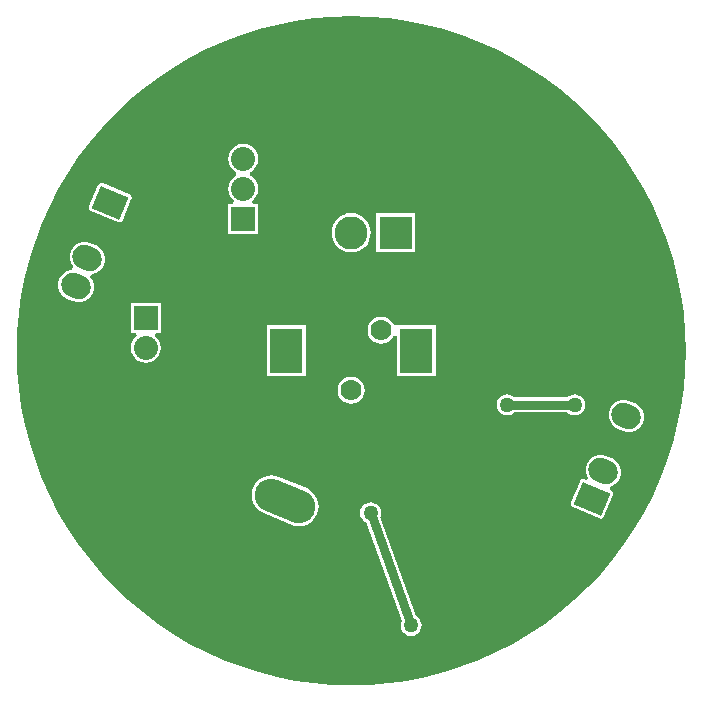
<source format=gbl>
G04 Layer_Physical_Order=3*
G04 Layer_Color=16711680*
%FSLAX25Y25*%
%MOIN*%
G70*
G01*
G75*
%ADD10C,0.03000*%
%ADD20C,0.02500*%
%ADD21C,0.08000*%
%ADD22R,0.08000X0.08000*%
G04:AMPARAMS|DCode=23|XSize=210mil|YSize=110mil|CornerRadius=0mil|HoleSize=0mil|Usage=FLASHONLY|Rotation=157.500|XOffset=0mil|YOffset=0mil|HoleType=Round|Shape=Round|*
%AMOVALD23*
21,1,0.10000,0.11000,0.00000,0.00000,157.5*
1,1,0.11000,0.04619,-0.01913*
1,1,0.11000,-0.04619,0.01913*
%
%ADD23OVALD23*%

G04:AMPARAMS|DCode=24|XSize=210mil|YSize=110mil|CornerRadius=0mil|HoleSize=0mil|Usage=FLASHONLY|Rotation=67.500|XOffset=0mil|YOffset=0mil|HoleType=Round|Shape=Round|*
%AMOVALD24*
21,1,0.10000,0.11000,0.00000,0.00000,67.5*
1,1,0.11000,-0.01913,-0.04619*
1,1,0.11000,0.01913,0.04619*
%
%ADD24OVALD24*%

G04:AMPARAMS|DCode=25|XSize=80mil|YSize=100mil|CornerRadius=0mil|HoleSize=0mil|Usage=FLASHONLY|Rotation=67.500|XOffset=0mil|YOffset=0mil|HoleType=Round|Shape=Round|*
%AMOVALD25*
21,1,0.02000,0.08000,0.00000,0.00000,157.5*
1,1,0.08000,0.00924,-0.00383*
1,1,0.08000,-0.00924,0.00383*
%
%ADD25OVALD25*%

G04:AMPARAMS|DCode=26|XSize=80mil|YSize=100mil|CornerRadius=2.4mil|HoleSize=0mil|Usage=FLASHONLY|Rotation=67.500|XOffset=0mil|YOffset=0mil|HoleType=Round|Shape=RoundedRectangle|*
%AMROUNDEDRECTD26*
21,1,0.08000,0.09520,0,0,67.5*
21,1,0.07520,0.10000,0,0,67.5*
1,1,0.00480,0.05837,0.01652*
1,1,0.00480,0.02959,-0.05295*
1,1,0.00480,-0.05837,-0.01652*
1,1,0.00480,-0.02959,0.05295*
%
%ADD26ROUNDEDRECTD26*%
%ADD27R,0.11000X0.11000*%
%ADD28C,0.11000*%
%ADD29R,0.11000X0.15000*%
%ADD30C,0.07000*%
%ADD31R,0.07000X0.07000*%
%ADD32C,0.12598*%
%ADD33C,0.05000*%
G36*
X350751Y404818D02*
X356983Y404293D01*
X363176Y403419D01*
X369310Y402199D01*
X375365Y400636D01*
X381324Y398737D01*
X387167Y396507D01*
X392875Y393952D01*
X398432Y391082D01*
X403818Y387905D01*
X409018Y384430D01*
X414015Y380669D01*
X418793Y376635D01*
X423338Y372338D01*
X427634Y367794D01*
X431669Y363015D01*
X435430Y358018D01*
X438905Y352818D01*
X442082Y347432D01*
X444952Y341875D01*
X447507Y336167D01*
X449737Y330324D01*
X451636Y324365D01*
X453198Y318310D01*
X454419Y312176D01*
X455293Y305983D01*
X455819Y299751D01*
X455994Y293500D01*
X455819Y287248D01*
X455293Y281017D01*
X454419Y274824D01*
X453198Y268690D01*
X451636Y262634D01*
X449737Y256676D01*
X447507Y250833D01*
X444952Y245125D01*
X442082Y239568D01*
X438905Y234182D01*
X435430Y228982D01*
X431669Y223985D01*
X427634Y219206D01*
X423338Y214662D01*
X418793Y210366D01*
X414015Y206331D01*
X409018Y202570D01*
X403818Y199095D01*
X398432Y195918D01*
X392875Y193047D01*
X387167Y190493D01*
X381324Y188263D01*
X375365Y186364D01*
X369310Y184801D01*
X363176Y183581D01*
X356983Y182707D01*
X350751Y182182D01*
X344500Y182006D01*
X338248Y182182D01*
X332017Y182707D01*
X325824Y183581D01*
X319690Y184801D01*
X313634Y186364D01*
X307676Y188263D01*
X301833Y190493D01*
X296125Y193047D01*
X290568Y195918D01*
X285182Y199095D01*
X279982Y202570D01*
X274985Y206331D01*
X270206Y210366D01*
X265662Y214662D01*
X261366Y219206D01*
X257331Y223985D01*
X253570Y228982D01*
X250095Y234182D01*
X246918Y239568D01*
X244047Y245125D01*
X241493Y250833D01*
X239263Y256676D01*
X237364Y262634D01*
X235802Y268690D01*
X234581Y274824D01*
X233707Y281017D01*
X233182Y287248D01*
X233006Y293500D01*
X233182Y299751D01*
X233707Y305983D01*
X234581Y312176D01*
X235802Y318310D01*
X237364Y324365D01*
X239263Y330324D01*
X241493Y336167D01*
X244047Y341875D01*
X246918Y347432D01*
X250095Y352818D01*
X253570Y358018D01*
X257331Y363015D01*
X261366Y367794D01*
X265662Y372338D01*
X270206Y376635D01*
X274985Y380669D01*
X279982Y384430D01*
X285182Y387905D01*
X290568Y391082D01*
X296125Y393952D01*
X301833Y396507D01*
X307676Y398737D01*
X313634Y400636D01*
X319690Y402199D01*
X325824Y403419D01*
X332017Y404293D01*
X338248Y404818D01*
X344500Y404994D01*
X350751Y404818D01*
D02*
G37*
%LPC*%
G36*
X435975Y277241D02*
X434658D01*
X433386Y276900D01*
X432246Y276242D01*
X431315Y275311D01*
X430657Y274171D01*
X430316Y272899D01*
Y271583D01*
X430657Y270311D01*
X431315Y269171D01*
X432246Y268240D01*
X433386Y267582D01*
X435234Y266816D01*
X436506Y266476D01*
X437822D01*
X439094Y266816D01*
X440234Y267475D01*
X441165Y268405D01*
X441823Y269546D01*
X442164Y270817D01*
Y272134D01*
X441823Y273405D01*
X441165Y274546D01*
X440234Y275477D01*
X439094Y276135D01*
X437246Y276900D01*
X435975Y277241D01*
D02*
G37*
G36*
X344500Y284901D02*
X343325Y284747D01*
X342231Y284293D01*
X341291Y283572D01*
X340569Y282632D01*
X340116Y281537D01*
X339961Y280363D01*
X340116Y279188D01*
X340569Y278093D01*
X341291Y277153D01*
X342231Y276432D01*
X343325Y275978D01*
X344500Y275824D01*
X345675Y275978D01*
X346769Y276432D01*
X347709Y277153D01*
X348431Y278093D01*
X348884Y279188D01*
X349039Y280363D01*
X348884Y281537D01*
X348431Y282632D01*
X347709Y283572D01*
X346769Y284293D01*
X345675Y284747D01*
X344500Y284901D01*
D02*
G37*
G36*
X419000Y279030D02*
X418086Y278910D01*
X417235Y278557D01*
X416573Y278049D01*
X398927D01*
X398265Y278557D01*
X397414Y278910D01*
X396500Y279030D01*
X395586Y278910D01*
X394735Y278557D01*
X394004Y277996D01*
X393443Y277265D01*
X393090Y276414D01*
X392970Y275500D01*
X393090Y274586D01*
X393443Y273735D01*
X394004Y273004D01*
X394735Y272443D01*
X395586Y272090D01*
X396500Y271970D01*
X397414Y272090D01*
X398265Y272443D01*
X398927Y272951D01*
X416573D01*
X417235Y272443D01*
X418086Y272090D01*
X419000Y271970D01*
X419914Y272090D01*
X420765Y272443D01*
X421496Y273004D01*
X422057Y273735D01*
X422410Y274586D01*
X422530Y275500D01*
X422410Y276414D01*
X422057Y277265D01*
X421496Y277996D01*
X420765Y278557D01*
X419914Y278910D01*
X419000Y279030D01*
D02*
G37*
G36*
X351000Y243030D02*
X350086Y242910D01*
X349235Y242557D01*
X348504Y241996D01*
X347943Y241265D01*
X347590Y240414D01*
X347470Y239500D01*
X347590Y238586D01*
X347943Y237735D01*
X348504Y237004D01*
X349235Y236443D01*
X349419Y236367D01*
X361289Y203394D01*
X361090Y202914D01*
X360970Y202000D01*
X361090Y201086D01*
X361443Y200235D01*
X362004Y199504D01*
X362735Y198943D01*
X363586Y198590D01*
X364500Y198470D01*
X365414Y198590D01*
X366265Y198943D01*
X366996Y199504D01*
X367557Y200235D01*
X367910Y201086D01*
X368030Y202000D01*
X367910Y202914D01*
X367557Y203765D01*
X366996Y204496D01*
X366265Y205057D01*
X366081Y205134D01*
X354211Y238106D01*
X354410Y238586D01*
X354530Y239500D01*
X354410Y240414D01*
X354057Y241265D01*
X353496Y241996D01*
X352765Y242557D01*
X351914Y242910D01*
X351000Y243030D01*
D02*
G37*
G36*
X317881Y251945D02*
X316606Y251819D01*
X315381Y251448D01*
X314252Y250844D01*
X313262Y250032D01*
X312450Y249042D01*
X311846Y247913D01*
X311475Y246688D01*
X311349Y245413D01*
X311475Y244139D01*
X311846Y242914D01*
X312450Y241785D01*
X313262Y240795D01*
X314252Y239983D01*
X315381Y239379D01*
X324620Y235552D01*
X325845Y235181D01*
X327119Y235055D01*
X328394Y235181D01*
X329619Y235552D01*
X330748Y236156D01*
X331738Y236968D01*
X332550Y237958D01*
X333154Y239087D01*
X333525Y240312D01*
X333651Y241587D01*
X333525Y242861D01*
X333154Y244086D01*
X332550Y245215D01*
X331738Y246205D01*
X330748Y247017D01*
X329619Y247621D01*
X320380Y251448D01*
X319155Y251819D01*
X317881Y251945D01*
D02*
G37*
G36*
X428321Y258763D02*
X427004D01*
X425733Y258422D01*
X424593Y257764D01*
X423662Y256833D01*
X423003Y255693D01*
X422663Y254421D01*
Y253105D01*
X423003Y251833D01*
X423340Y251251D01*
X422644Y250457D01*
X422285Y250605D01*
X421801Y250701D01*
X421317Y250605D01*
X420907Y250331D01*
X420633Y249921D01*
X417755Y242973D01*
X417659Y242490D01*
X417755Y242006D01*
X418029Y241596D01*
X418439Y241321D01*
X427235Y237678D01*
X427718Y237582D01*
X428202Y237678D01*
X428613Y237952D01*
X428887Y238363D01*
X431764Y245310D01*
X431861Y245794D01*
X431764Y246278D01*
X431490Y246688D01*
X431080Y246962D01*
X430721Y247111D01*
X430790Y248165D01*
X431440Y248339D01*
X432581Y248997D01*
X433511Y249928D01*
X434170Y251068D01*
X434511Y252340D01*
Y253656D01*
X434170Y254928D01*
X433511Y256068D01*
X432581Y256999D01*
X431440Y257657D01*
X429593Y258422D01*
X428321Y258763D01*
D02*
G37*
G36*
X329346Y302000D02*
X316347D01*
Y285000D01*
X329346D01*
Y302000D01*
D02*
G37*
G36*
X365764Y339370D02*
X352764D01*
Y326370D01*
X365764D01*
Y339370D01*
D02*
G37*
G36*
X308500Y362543D02*
X307195Y362371D01*
X305978Y361867D01*
X304934Y361066D01*
X304133Y360022D01*
X303629Y358805D01*
X303457Y357500D01*
X303629Y356195D01*
X304133Y354978D01*
X304934Y353934D01*
X305978Y353133D01*
X306199Y353041D01*
Y351959D01*
X305978Y351868D01*
X304934Y351066D01*
X304133Y350022D01*
X303629Y348805D01*
X303457Y347500D01*
X303629Y346195D01*
X304133Y344978D01*
X304934Y343934D01*
X305500Y343500D01*
X305160Y342500D01*
X303500D01*
Y332500D01*
X313500D01*
Y342500D01*
X311840D01*
X311501Y343500D01*
X312066Y343934D01*
X312867Y344978D01*
X313371Y346195D01*
X313543Y347500D01*
X313371Y348805D01*
X312867Y350022D01*
X312066Y351066D01*
X311022Y351868D01*
X310801Y351959D01*
Y353041D01*
X311022Y353133D01*
X312066Y353934D01*
X312867Y354978D01*
X313371Y356195D01*
X313543Y357500D01*
X313371Y358805D01*
X312867Y360022D01*
X312066Y361066D01*
X311022Y361867D01*
X309805Y362371D01*
X308500Y362543D01*
D02*
G37*
G36*
X261281Y349418D02*
X260798Y349322D01*
X260387Y349047D01*
X260113Y348637D01*
X257236Y341690D01*
X257139Y341206D01*
X257236Y340722D01*
X257510Y340312D01*
X257920Y340038D01*
X266715Y336395D01*
X267199Y336298D01*
X267683Y336395D01*
X268093Y336669D01*
X268367Y337079D01*
X271245Y344027D01*
X271341Y344510D01*
X271245Y344994D01*
X270971Y345404D01*
X270561Y345678D01*
X261765Y349322D01*
X261281Y349418D01*
D02*
G37*
G36*
X344500Y339402D02*
X343226Y339276D01*
X342001Y338904D01*
X340871Y338301D01*
X339882Y337489D01*
X339069Y336499D01*
X338466Y335370D01*
X338094Y334144D01*
X337969Y332870D01*
X338094Y331596D01*
X338466Y330371D01*
X339069Y329241D01*
X339882Y328252D01*
X340871Y327439D01*
X342001Y326836D01*
X343226Y326464D01*
X344500Y326339D01*
X345774Y326464D01*
X347000Y326836D01*
X348129Y327439D01*
X349118Y328252D01*
X349931Y329241D01*
X350534Y330371D01*
X350906Y331596D01*
X351031Y332870D01*
X350906Y334144D01*
X350534Y335370D01*
X349931Y336499D01*
X349118Y337489D01*
X348129Y338301D01*
X347000Y338904D01*
X345774Y339276D01*
X344500Y339402D01*
D02*
G37*
G36*
X354500Y304901D02*
X353325Y304747D01*
X352231Y304293D01*
X351291Y303572D01*
X350569Y302632D01*
X350116Y301537D01*
X349961Y300363D01*
X350116Y299188D01*
X350569Y298093D01*
X351291Y297153D01*
X352231Y296432D01*
X353325Y295978D01*
X354500Y295824D01*
X355675Y295978D01*
X356769Y296432D01*
X357709Y297153D01*
X358431Y298093D01*
X358653Y298631D01*
X359653Y298432D01*
Y285000D01*
X372654D01*
Y302000D01*
X359775D01*
X359653Y302000D01*
X358673Y302047D01*
X358431Y302632D01*
X357709Y303572D01*
X356769Y304293D01*
X355675Y304747D01*
X354500Y304901D01*
D02*
G37*
G36*
X281000Y309500D02*
X271000D01*
Y299500D01*
X272660D01*
X273000Y298500D01*
X272434Y298066D01*
X271633Y297022D01*
X271129Y295805D01*
X270957Y294500D01*
X271129Y293195D01*
X271633Y291978D01*
X272434Y290934D01*
X273478Y290132D01*
X274695Y289629D01*
X276000Y289457D01*
X277305Y289629D01*
X278522Y290132D01*
X279566Y290934D01*
X280367Y291978D01*
X280871Y293195D01*
X281043Y294500D01*
X280871Y295805D01*
X280367Y297022D01*
X279566Y298066D01*
X279000Y298500D01*
X279340Y299500D01*
X281000D01*
Y309500D01*
D02*
G37*
G36*
X256321Y329763D02*
X255004D01*
X253733Y329422D01*
X252593Y328764D01*
X251662Y327833D01*
X251004Y326693D01*
X250663Y325422D01*
Y324105D01*
X251003Y322833D01*
X251662Y321693D01*
X251830Y321525D01*
X251416Y320525D01*
X251178D01*
X249906Y320184D01*
X248766Y319526D01*
X247835Y318595D01*
X247177Y317454D01*
X246836Y316183D01*
Y314866D01*
X247177Y313595D01*
X247835Y312454D01*
X248766Y311524D01*
X249906Y310865D01*
X251754Y310100D01*
X253025Y309759D01*
X254342D01*
X255614Y310100D01*
X256754Y310758D01*
X257685Y311689D01*
X258343Y312829D01*
X258684Y314101D01*
Y315417D01*
X258343Y316689D01*
X257685Y317829D01*
X257516Y317998D01*
X257930Y318998D01*
X258169D01*
X259440Y319339D01*
X260580Y319997D01*
X261511Y320928D01*
X262170Y322068D01*
X262510Y323340D01*
Y324656D01*
X262170Y325928D01*
X261511Y327068D01*
X260580Y327999D01*
X259440Y328657D01*
X257593Y329422D01*
X256321Y329763D01*
D02*
G37*
%LPD*%
D10*
X351000Y239500D02*
X364500Y202000D01*
X396500Y275500D02*
X419000D01*
D20*
X373000Y346500D02*
X390000Y363500D01*
X397500Y308500D02*
X421500D01*
X270000Y269500D02*
X284000D01*
X275000Y337000D02*
X285500Y326500D01*
X398500Y284000D02*
X413000D01*
X382000Y228500D02*
X398000Y212500D01*
X382000Y228500D02*
Y229000D01*
X288500Y242500D02*
Y254500D01*
D21*
X308500Y357500D02*
D03*
Y347500D02*
D03*
X276000Y284500D02*
D03*
Y294500D02*
D03*
D22*
X308500Y337500D02*
D03*
X276000Y304500D02*
D03*
D23*
X313460Y221676D02*
D03*
X322500Y243500D02*
D03*
D24*
X335075Y225507D02*
D03*
D25*
X436240Y271858D02*
D03*
X432413Y262619D02*
D03*
X428587Y253381D02*
D03*
X252760Y315142D02*
D03*
X256587Y324381D02*
D03*
X260413Y333619D02*
D03*
D26*
X424760Y244142D02*
D03*
X264240Y342858D02*
D03*
D27*
X359264Y332870D02*
D03*
D28*
X344500D02*
D03*
X329736D02*
D03*
D29*
X366154Y293500D02*
D03*
X322847D02*
D03*
D30*
X354500Y300363D02*
D03*
X344500Y280363D02*
D03*
D31*
X334500Y300363D02*
D03*
D32*
X310058Y376649D02*
D03*
X427649Y327941D02*
D03*
X261351Y259058D02*
D03*
X378941Y210351D02*
D03*
D33*
X288500Y254500D02*
D03*
Y242500D02*
D03*
X396500Y275500D02*
D03*
X351000Y239500D02*
D03*
X364500Y202000D02*
D03*
X382000Y229000D02*
D03*
X398000Y212500D02*
D03*
X398500Y284000D02*
D03*
X413000D02*
D03*
X285500Y326500D02*
D03*
X275000Y337000D02*
D03*
X284000Y269500D02*
D03*
X270000D02*
D03*
X421500Y308500D02*
D03*
X397500D02*
D03*
X390000Y363500D02*
D03*
X373000Y346500D02*
D03*
X419000Y275500D02*
D03*
M02*

</source>
